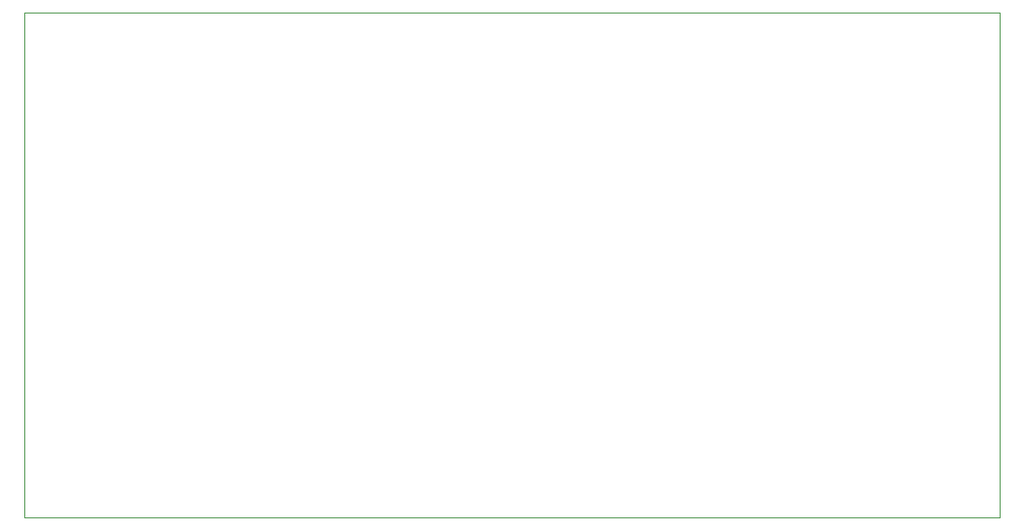
<source format=gbr>
%TF.GenerationSoftware,KiCad,Pcbnew,8.0.8*%
%TF.CreationDate,2025-03-31T16:04:57-05:00*%
%TF.ProjectId,finalproject,66696e61-6c70-4726-9f6a-6563742e6b69,rev?*%
%TF.SameCoordinates,Original*%
%TF.FileFunction,Profile,NP*%
%FSLAX46Y46*%
G04 Gerber Fmt 4.6, Leading zero omitted, Abs format (unit mm)*
G04 Created by KiCad (PCBNEW 8.0.8) date 2025-03-31 16:04:57*
%MOMM*%
%LPD*%
G01*
G04 APERTURE LIST*
%TA.AperFunction,Profile*%
%ADD10C,0.050000*%
%TD*%
G04 APERTURE END LIST*
D10*
X72898000Y-64643000D02*
X164465000Y-64643000D01*
X164465000Y-112141000D01*
X72898000Y-112141000D01*
X72898000Y-64643000D01*
M02*

</source>
